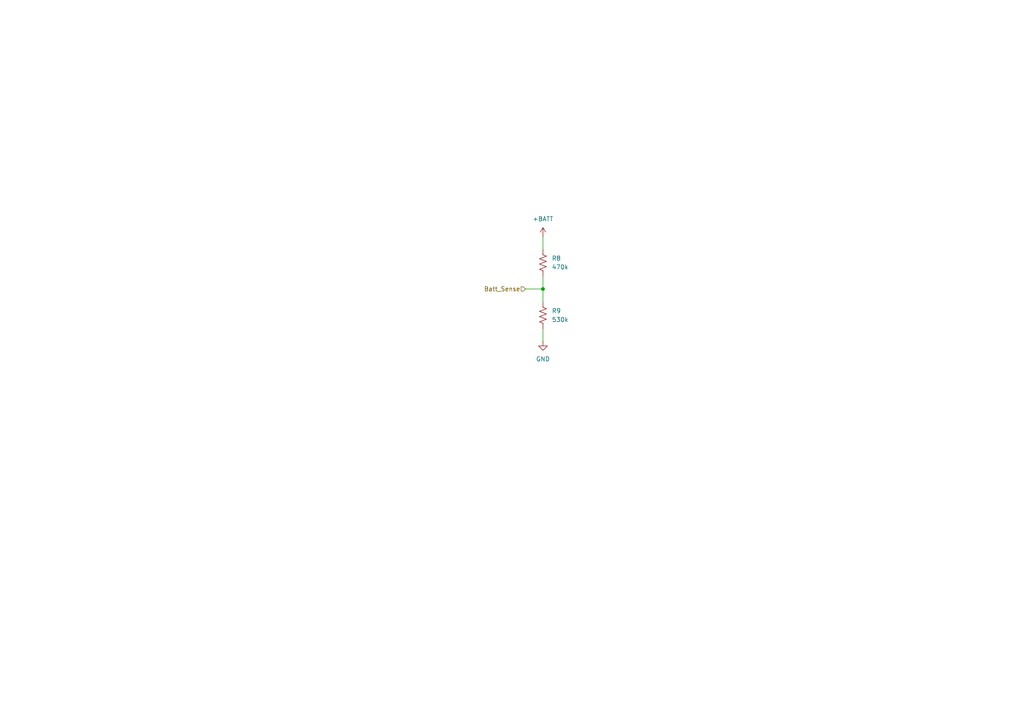
<source format=kicad_sch>
(kicad_sch (version 20231120) (generator "eeschema") (generator_version "8.0")
  (paper "A4")
  (lib_symbols
    (symbol "Device:R_US" (pin_numbers hide) (pin_names (offset 0))
      (property "Reference" "R" (at 2.54 0 90))
      (property "Value" "R_US" (at -2.54 0 90))
      (symbol "R_US_0_1"
        (polyline (pts (xy 0 -2.286) (xy 0 -2.54)))
        (polyline (pts (xy 0 2.286) (xy 0 2.54)))
        (polyline (pts (xy 0 -0.762) (xy 1.016 -1.143) (xy 0 -1.524) (xy -1.016 -1.905) (xy 0 -2.286)))
        (polyline (pts (xy 0 0.762) (xy 1.016 0.381) (xy 0 0) (xy -1.016 -0.381) (xy 0 -0.762)))
        (polyline (pts (xy 0 2.286) (xy 1.016 1.905) (xy 0 1.524) (xy -1.016 1.143) (xy 0 0.762)))
      )
      (symbol "R_US_1_1"
        (pin passive line (at 0 3.81 270) (length 1.27) (name "~") (number "1"))
        (pin passive line (at 0 -3.81 90) (length 1.27) (name "~") (number "2"))
      )
    )
    (symbol "power:+BATT" (power) (pin_numbers hide) (pin_names (offset 0) hide)
      (property "Value" "+BATT" (at 0 3.556 0))
      (symbol "+BATT_0_1"
        (polyline (pts (xy -0.762 1.27) (xy 0 2.54)))
        (polyline (pts (xy 0 0) (xy 0 2.54)))
        (polyline (pts (xy 0 2.54) (xy 0.762 1.27)))
      )
      (symbol "+BATT_1_1"
        (pin power_in line (at 0 0 90) (length 0) (name "~") (number "1"))
      )
    )
    (symbol "power:GND" (power) (pin_numbers hide) (pin_names (offset 0) hide)
      (property "Value" "GND" (at 0 -3.81 0))
      (symbol "GND_0_1"
        (polyline (pts (xy 0 0) (xy 0 -1.27) (xy 1.27 -1.27) (xy 0 -2.54) (xy -1.27 -1.27) (xy 0 -1.27)))
      )
      (symbol "GND_1_1"
        (pin power_in line (at 0 0 270) (length 0) (name "~") (number "1"))
      )
    )
  )
  (junction (at 157.48 83.82))
  (wire (pts (xy 152.4 83.82) (xy 157.48 83.82)))
  (wire (pts (xy 157.48 83.82) (xy 157.48 87.63)))
  (wire (pts (xy 157.48 80.01) (xy 157.48 83.82)))
  (wire (pts (xy 157.48 95.25) (xy 157.48 99.06)))
  (wire (pts (xy 157.48 68.58) (xy 157.48 72.39)))
  (hierarchical_label "Batt_Sense" (shape input) (at 152.4 83.82 180))
  (symbol (lib_id "Device:R_US") (at 157.48 91.44 0) (unit 1)
    (property "Reference" "R9" (at 160.02 90.1699 0) (effects (justify left)))
    (property "Value" "530k" (at 160.02 92.7099 0) (effects (justify left)))
    (property "Footprint" "Resistor_SMD:R_0603_1608Metric" (effects (hide yes)))
    (property "Description" "Resistor, US symbol" (effects (hide yes)))
  )
  (symbol (lib_id "power:+BATT") (at 157.48 68.58 0) (unit 1)
    (property "Reference" "#PWR047" (effects (hide yes)))
    (property "Value" "+BATT" (at 157.48 63.5 0))
    (property "Description" "Power symbol creates a global label with name \"+BATT\"" (effects (hide yes)))
  )
  (symbol (lib_id "Device:R_US") (at 157.48 76.2 0) (unit 1)
    (property "Reference" "R8" (at 160.02 74.9299 0) (effects (justify left)))
    (property "Value" "470k" (at 160.02 77.4699 0) (effects (justify left)))
    (property "Footprint" "Resistor_SMD:R_0603_1608Metric" (effects (hide yes)))
    (property "Description" "Resistor, US symbol" (effects (hide yes)))
  )
  (symbol (lib_id "power:GND") (at 157.48 99.06 0) (unit 1)
    (property "Reference" "#PWR046" (effects (hide yes)))
    (property "Value" "GND" (at 157.48 104.14 0))
    (property "Description" "Power symbol creates a global label with name \"GND\" , ground" (effects (hide yes)))
  )
)
</source>
